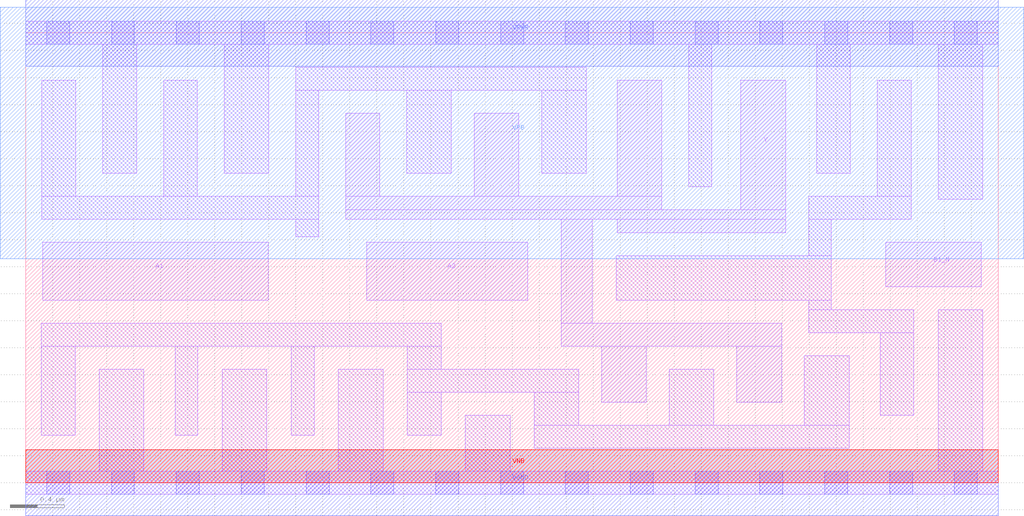
<source format=lef>
# Copyright 2020 The SkyWater PDK Authors
#
# Licensed under the Apache License, Version 2.0 (the "License");
# you may not use this file except in compliance with the License.
# You may obtain a copy of the License at
#
#     https://www.apache.org/licenses/LICENSE-2.0
#
# Unless required by applicable law or agreed to in writing, software
# distributed under the License is distributed on an "AS IS" BASIS,
# WITHOUT WARRANTIES OR CONDITIONS OF ANY KIND, either express or implied.
# See the License for the specific language governing permissions and
# limitations under the License.
#
# SPDX-License-Identifier: Apache-2.0

VERSION 5.7 ;
  NOWIREEXTENSIONATPIN ON ;
  DIVIDERCHAR "/" ;
  BUSBITCHARS "[]" ;
MACRO sky130_fd_sc_ls__o21bai_4
  CLASS CORE ;
  FOREIGN sky130_fd_sc_ls__o21bai_4 ;
  ORIGIN  0.000000  0.000000 ;
  SIZE  7.200000 BY  3.330000 ;
  SYMMETRY X Y ;
  SITE unit ;
  PIN A1
    ANTENNAGATEAREA  1.116000 ;
    DIRECTION INPUT ;
    USE SIGNAL ;
    PORT
      LAYER li1 ;
        RECT 0.125000 1.350000 1.795000 1.780000 ;
    END
  END A1
  PIN A2
    ANTENNAGATEAREA  1.116000 ;
    DIRECTION INPUT ;
    USE SIGNAL ;
    PORT
      LAYER li1 ;
        RECT 2.525000 1.350000 3.715000 1.780000 ;
    END
  END A2
  PIN B1_N
    ANTENNAGATEAREA  0.363000 ;
    DIRECTION INPUT ;
    USE SIGNAL ;
    PORT
      LAYER li1 ;
        RECT 6.365000 1.450000 7.075000 1.780000 ;
    END
  END B1_N
  PIN VNB
    PORT
      LAYER pwell ;
        RECT 0.000000 0.000000 7.200000 0.245000 ;
    END
  END VNB
  PIN VPB
    PORT
      LAYER nwell ;
        RECT -0.190000 1.660000 7.390000 3.520000 ;
    END
  END VPB
  PIN Y
    ANTENNADIFFAREA  1.855000 ;
    DIRECTION OUTPUT ;
    USE SIGNAL ;
    PORT
      LAYER li1 ;
        RECT 2.370000 1.950000 5.625000 2.020000 ;
        RECT 2.370000 2.020000 4.710000 2.120000 ;
        RECT 2.370000 2.120000 2.620000 2.735000 ;
        RECT 3.320000 2.120000 3.650000 2.735000 ;
        RECT 3.965000 1.010000 5.595000 1.180000 ;
        RECT 3.965000 1.180000 4.195000 1.950000 ;
        RECT 4.265000 0.595000 4.595000 1.010000 ;
        RECT 4.380000 1.850000 5.625000 1.950000 ;
        RECT 4.380000 2.120000 4.710000 2.980000 ;
        RECT 5.265000 0.595000 5.595000 1.010000 ;
        RECT 5.295000 2.020000 5.625000 2.980000 ;
    END
  END Y
  PIN VGND
    DIRECTION INOUT ;
    SHAPE ABUTMENT ;
    USE GROUND ;
    PORT
      LAYER met1 ;
        RECT 0.000000 -0.245000 7.200000 0.245000 ;
    END
  END VGND
  PIN VPWR
    DIRECTION INOUT ;
    SHAPE ABUTMENT ;
    USE POWER ;
    PORT
      LAYER met1 ;
        RECT 0.000000 3.085000 7.200000 3.575000 ;
    END
  END VPWR
  OBS
    LAYER li1 ;
      RECT 0.000000 -0.085000 7.200000 0.085000 ;
      RECT 0.000000  3.245000 7.200000 3.415000 ;
      RECT 0.115000  0.350000 0.365000 1.010000 ;
      RECT 0.115000  1.010000 3.075000 1.180000 ;
      RECT 0.120000  1.950000 2.170000 2.120000 ;
      RECT 0.120000  2.120000 0.370000 2.980000 ;
      RECT 0.545000  0.085000 0.875000 0.840000 ;
      RECT 0.570000  2.290000 0.820000 3.245000 ;
      RECT 1.020000  2.120000 1.270000 2.980000 ;
      RECT 1.105000  0.350000 1.275000 1.010000 ;
      RECT 1.455000  0.085000 1.785000 0.840000 ;
      RECT 1.470000  2.290000 1.800000 3.245000 ;
      RECT 1.965000  0.350000 2.135000 1.010000 ;
      RECT 2.000000  1.820000 2.170000 1.950000 ;
      RECT 2.000000  2.120000 2.170000 2.905000 ;
      RECT 2.000000  2.905000 4.150000 3.075000 ;
      RECT 2.315000  0.085000 2.645000 0.840000 ;
      RECT 2.820000  2.290000 3.150000 2.905000 ;
      RECT 2.825000  0.350000 3.075000 0.670000 ;
      RECT 2.825000  0.670000 4.095000 0.840000 ;
      RECT 2.825000  0.840000 3.075000 1.010000 ;
      RECT 3.255000  0.085000 3.585000 0.500000 ;
      RECT 3.765000  0.255000 6.095000 0.425000 ;
      RECT 3.765000  0.425000 4.095000 0.670000 ;
      RECT 3.820000  2.290000 4.150000 2.905000 ;
      RECT 4.370000  1.350000 5.965000 1.680000 ;
      RECT 4.765000  0.425000 5.095000 0.840000 ;
      RECT 4.910000  2.190000 5.080000 3.245000 ;
      RECT 5.765000  0.425000 6.095000 0.940000 ;
      RECT 5.795000  1.110000 6.575000 1.280000 ;
      RECT 5.795000  1.280000 5.965000 1.350000 ;
      RECT 5.795000  1.680000 5.965000 1.950000 ;
      RECT 5.795000  1.950000 6.555000 2.120000 ;
      RECT 5.855000  2.290000 6.105000 3.245000 ;
      RECT 6.305000  2.120000 6.555000 2.980000 ;
      RECT 6.325000  0.500000 6.575000 1.110000 ;
      RECT 6.755000  0.085000 7.085000 1.280000 ;
      RECT 6.755000  2.100000 7.085000 3.245000 ;
    LAYER mcon ;
      RECT 0.155000 -0.085000 0.325000 0.085000 ;
      RECT 0.155000  3.245000 0.325000 3.415000 ;
      RECT 0.635000 -0.085000 0.805000 0.085000 ;
      RECT 0.635000  3.245000 0.805000 3.415000 ;
      RECT 1.115000 -0.085000 1.285000 0.085000 ;
      RECT 1.115000  3.245000 1.285000 3.415000 ;
      RECT 1.595000 -0.085000 1.765000 0.085000 ;
      RECT 1.595000  3.245000 1.765000 3.415000 ;
      RECT 2.075000 -0.085000 2.245000 0.085000 ;
      RECT 2.075000  3.245000 2.245000 3.415000 ;
      RECT 2.555000 -0.085000 2.725000 0.085000 ;
      RECT 2.555000  3.245000 2.725000 3.415000 ;
      RECT 3.035000 -0.085000 3.205000 0.085000 ;
      RECT 3.035000  3.245000 3.205000 3.415000 ;
      RECT 3.515000 -0.085000 3.685000 0.085000 ;
      RECT 3.515000  3.245000 3.685000 3.415000 ;
      RECT 3.995000 -0.085000 4.165000 0.085000 ;
      RECT 3.995000  3.245000 4.165000 3.415000 ;
      RECT 4.475000 -0.085000 4.645000 0.085000 ;
      RECT 4.475000  3.245000 4.645000 3.415000 ;
      RECT 4.955000 -0.085000 5.125000 0.085000 ;
      RECT 4.955000  3.245000 5.125000 3.415000 ;
      RECT 5.435000 -0.085000 5.605000 0.085000 ;
      RECT 5.435000  3.245000 5.605000 3.415000 ;
      RECT 5.915000 -0.085000 6.085000 0.085000 ;
      RECT 5.915000  3.245000 6.085000 3.415000 ;
      RECT 6.395000 -0.085000 6.565000 0.085000 ;
      RECT 6.395000  3.245000 6.565000 3.415000 ;
      RECT 6.875000 -0.085000 7.045000 0.085000 ;
      RECT 6.875000  3.245000 7.045000 3.415000 ;
  END
END sky130_fd_sc_ls__o21bai_4
END LIBRARY

</source>
